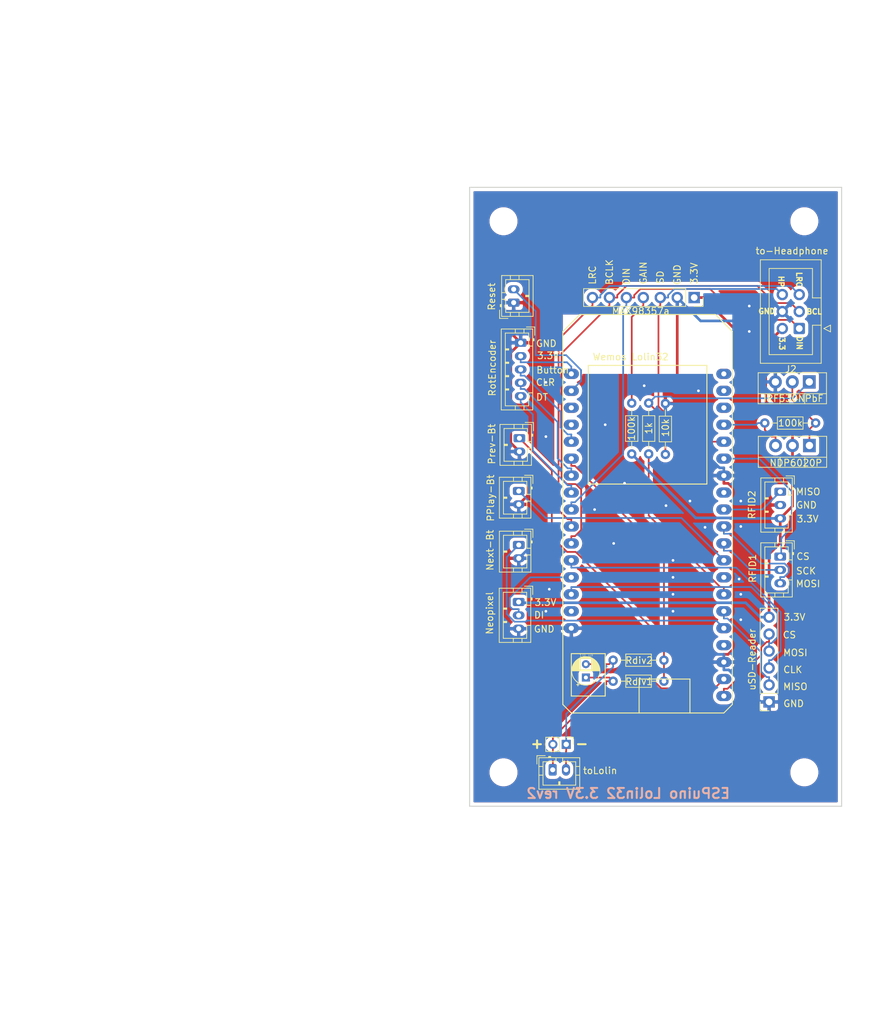
<source format=kicad_pcb>
(kicad_pcb (version 20171130) (host pcbnew 5.1.5+dfsg1-2build2)
  (layers (0 F.Cu signal) (31 B.Cu signal) (34 B.Paste user) (35 F.Paste user) (36 B.SilkS user) (37 F.SilkS user) (38 B.Mask user) (39 F.Mask user) (44 Edge.Cuts user))
  (net 0 "")
  (net 1 SW_POWER3.3)
  (net 2 NEO_DI)
  (net 3 DIN)
  (net 4 BCLK)
  (net 5 LRC)
  (net 6 HEADPHONE)
  (net 7 "Net-(J3-Pad2)")
  (net 8 ROTENC_BUT)
  (net 9 ROTENC_CLR)
  (net 10 ROTENC_DT)
  (net 11 MISO_RFID)
  (net 12 MOSI_RFID)
  (net 13 SCK_RFID)
  (net 14 CS_RFID)
  (net 15 BUT_PREV)
  (net 16 BUT_PPLAY)
  (net 17 BUT_NEXT)
  (net 18 MISO_SD)
  (net 19 SCK_SD)
  (net 20 MOSI_SD)
  (net 21 CS_SD)
  (net 22 "Net-(Q1-Pad1)")
  (net 23 "Net-(Q1-Pad2)")
  (net 24 "Net-(Q2-Pad3)")
  (net 25 "Net-(R1-Pad2)")
  (net 26 "Net-(U1-Pad33)")
  (net 27 "Net-(U1-Pad29)")
  (net 28 "Net-(U1-Pad19)")
  (net 29 "Net-(U1-Pad18)")
  (net 30 "Net-(U1-Pad17)")
  (net 31 "Net-(U1-Pad15)")
  (net 32 "Net-(U1-Pad4)")
  (net 33 "Net-(U1-Pad3)")
  (net 34 GND)
  (net 35 GAIN)
  (net 36 "Net-(U1-Pad24)")
  (net 37 VBat)
  (net 38 "Net-(C1-Pad1)")
  (net 39 "Net-(C1-Pad2)")
  (net 40 EN)
  (module MountingHole:MountingHole_3.2mm_M3 (layer F.Cu) (at 100.33 26.67)
    (fp_text reference H1)
    (fp_text value MountingHole)
    (pad 1 np_thru_hole circle (at 0 0) (size 3.2 3.2) (drill 3.2) (layers *.Cu *.Mask))
  )
  (module MountingHole:MountingHole_3.2mm_M3 (layer F.Cu) (at 145.415 26.67)
    (fp_text reference H2)
    (fp_text value MountingHole)
    (pad 1 np_thru_hole circle (at 0 0) (size 3.2 3.2) (drill 3.2) (layers *.Cu *.Mask))
  )
  (module MountingHole:MountingHole_3.2mm_M3 (layer F.Cu) (at 100.33 109.22)
    (fp_text reference H3)
    (fp_text value MountingHole)
    (pad 1 np_thru_hole circle (at 0 0) (size 3.2 3.2) (drill 3.2) (layers *.Cu *.Mask))
  )
  (module MountingHole:MountingHole_3.2mm_M3 (layer F.Cu) (at 145.415 109.22)
    (fp_text reference H4)
    (fp_text value MountingHole)
    (pad 1 np_thru_hole circle (at 0 0) (size 3.2 3.2) (drill 3.2) (layers *.Cu *.Mask))
  )
  (module Connector_PinSocket_2.54mm:PinSocket_1x07_P2.54mm_Vertical (layer F.Cu) (at 128.905 38.1 270)
    (fp_text reference J7)
    (fp_text value MAX98357a (at 2.032 8.001 180) (layer F.SilkS))
    (pad 7 thru_hole oval (at 0 15.24 270) (size 1.7 1.7) (drill 1) (layers *.Cu *.Mask) (net 5 LRC))
    (pad 6 thru_hole oval (at 0 12.7 270) (size 1.7 1.7) (drill 1) (layers *.Cu *.Mask) (net 4 BCLK))
    (pad 5 thru_hole oval (at 0 10.16 270) (size 1.7 1.7) (drill 1) (layers *.Cu *.Mask) (net 3 DIN))
    (pad 4 thru_hole oval (at 0 7.62 270) (size 1.7 1.7) (drill 1) (layers *.Cu *.Mask) (net 35 GAIN))
    (pad 3 thru_hole oval (at 0 5.08 270) (size 1.7 1.7) (drill 1) (layers *.Cu *.Mask) (net 6 HEADPHONE))
    (pad 2 thru_hole oval (at 0 2.54 270) (size 1.7 1.7) (drill 1) (layers *.Cu *.Mask) (net 34 GND))
    (pad 1 thru_hole rect (at 0 0 270) (size 1.7 1.7) (drill 1) (layers *.Cu *.Mask) (net 1 SW_POWER3.3))
  )
  (module Connector_PinSocket_2.54mm:PinSocket_1x06_P2.54mm_Vertical (layer F.Cu) (at 140.128 98.671 180)
    (fp_text reference J8)
    (fp_text value uSD-Reader (at 2.54 6.35 90) (layer F.SilkS))
    (pad 1 thru_hole rect (at 0 0 180) (size 1.7 1.7) (drill 1) (layers *.Cu *.Mask) (net 34 GND))
    (pad 2 thru_hole oval (at 0 2.54 180) (size 1.7 1.7) (drill 1) (layers *.Cu *.Mask) (net 18 MISO_SD))
    (pad 3 thru_hole oval (at 0 5.08 180) (size 1.7 1.7) (drill 1) (layers *.Cu *.Mask) (net 19 SCK_SD))
    (pad 4 thru_hole oval (at 0 7.62 180) (size 1.7 1.7) (drill 1) (layers *.Cu *.Mask) (net 20 MOSI_SD))
    (pad 5 thru_hole oval (at 0 10.16 180) (size 1.7 1.7) (drill 1) (layers *.Cu *.Mask) (net 21 CS_SD))
    (pad 6 thru_hole oval (at 0 12.7 180) (size 1.7 1.7) (drill 1) (layers *.Cu *.Mask) (net 1 SW_POWER3.3))
  )
  (module Package_TO_SOT_THT:TO-220-3_Vertical (layer F.Cu) (at 146.152 50.7365 180)
    (fp_text reference Q1)
    (fp_text value IRF530NPbF (at 2.388 -2.4765) (layer F.SilkS))
    (pad 1 thru_hole rect (at 0 0 180) (size 1.905 2) (drill 1.1) (layers *.Cu *.Mask) (net 22 "Net-(Q1-Pad1)"))
    (pad 2 thru_hole oval (at 2.54 0 180) (size 1.905 2) (drill 1.1) (layers *.Cu *.Mask) (net 23 "Net-(Q1-Pad2)"))
    (pad 3 thru_hole oval (at 5.08 0 180) (size 1.905 2) (drill 1.1) (layers *.Cu *.Mask) (net 34 GND))
  )
  (module Package_TO_SOT_THT:TO-220-3_Vertical (layer F.Cu) (at 146.177 60.2615 180)
    (fp_text reference Q2)
    (fp_text value NDP6020P (at 2.032 -2.6035) (layer F.SilkS))
    (pad 3 thru_hole oval (at 5.08 0 180) (size 1.905 2) (drill 1.1) (layers *.Cu *.Mask) (net 24 "Net-(Q2-Pad3)"))
    (pad 2 thru_hole oval (at 2.54 0 180) (size 1.905 2) (drill 1.1) (layers *.Cu *.Mask) (net 1 SW_POWER3.3))
    (pad 1 thru_hole rect (at 0 0 180) (size 1.905 2) (drill 1.1) (layers *.Cu *.Mask) (net 23 "Net-(Q1-Pad2)"))
  )
  (module Resistor_THT:R_Axial_DIN0204_L3.6mm_D1.6mm_P7.62mm_Horizontal (layer F.Cu) (at 122.086 53.9111 270)
    (fp_text reference R1)
    (fp_text value 1k (at 3.7719 -0.0127 90) (layer F.SilkS))
    (pad 2 thru_hole oval (at 7.62 0 270) (size 1.4 1.4) (drill 0.7) (layers *.Cu *.Mask) (net 25 "Net-(R1-Pad2)"))
    (pad 1 thru_hole circle (at 0 0 270) (size 1.4 1.4) (drill 0.7) (layers *.Cu *.Mask) (net 22 "Net-(Q1-Pad1)"))
  )
  (module Resistor_THT:R_Axial_DIN0204_L3.6mm_D1.6mm_P7.62mm_Horizontal (layer F.Cu) (at 124.587 61.595 90)
    (fp_text reference R2)
    (fp_text value 10k (at 3.9878 0.0254 90) (layer F.SilkS))
    (pad 2 thru_hole oval (at 7.62 0 90) (size 1.4 1.4) (drill 0.7) (layers *.Cu *.Mask) (net 34 GND))
    (pad 1 thru_hole circle (at 0 0 90) (size 1.4 1.4) (drill 0.7) (layers *.Cu *.Mask) (net 22 "Net-(Q1-Pad1)"))
  )
  (module Resistor_THT:R_Axial_DIN0204_L3.6mm_D1.6mm_P7.62mm_Horizontal (layer F.Cu) (at 147.105 56.896 180)
    (fp_text reference R3)
    (fp_text value 100k (at 3.7855 -0.0004) (layer F.SilkS))
    (pad 1 thru_hole circle (at 0 0 180) (size 1.4 1.4) (drill 0.7) (layers *.Cu *.Mask) (net 23 "Net-(Q1-Pad2)"))
    (pad 2 thru_hole oval (at 7.62 0 180) (size 1.4 1.4) (drill 0.7) (layers *.Cu *.Mask) (net 24 "Net-(Q2-Pad3)"))
  )
  (module Resistor_THT:R_Axial_DIN0204_L3.6mm_D1.6mm_P7.62mm_Horizontal (layer F.Cu) (at 119.546 53.9111 270)
    (fp_text reference R4)
    (fp_text value 100k (at 3.81 0.0381 90) (layer F.SilkS))
    (pad 2 thru_hole oval (at 7.62 0 270) (size 1.4 1.4) (drill 0.7) (layers *.Cu *.Mask) (net 1 SW_POWER3.3))
    (pad 1 thru_hole circle (at 0 0 270) (size 1.4 1.4) (drill 0.7) (layers *.Cu *.Mask) (net 35 GAIN))
  )
  (module Module:Lolin32 (layer F.Cu) (at 119.38 59.69)
    (fp_text reference U1)
    (fp_text value "Wemos Lolin32" (at 0 -12.7) (layer F.SilkS))
    (pad 36 thru_hole oval (at 13.97 38.1) (size 2.268 1.524) (drill 0.762) (layers *.Cu *.Mask) (net 21 CS_SD))
    (pad 35 thru_hole oval (at 13.97 35.56) (size 2.268 1.524) (drill 0.762) (layers *.Cu *.Mask) (net 15 BUT_PREV))
    (pad 34 thru_hole oval (at 13.97 33.02) (size 2.268 1.524) (drill 0.762) (layers *.Cu *.Mask) (net 34 GND))
    (pad 33 thru_hole oval (at 13.97 30.48) (size 2.268 1.524) (drill 0.762) (layers *.Cu *.Mask) (net 26 "Net-(U1-Pad33)"))
    (pad 32 thru_hole oval (at 13.97 27.94) (size 2.268 1.524) (drill 0.762) (layers *.Cu *.Mask) (net 17 BUT_NEXT))
    (pad 31 thru_hole oval (at 13.97 25.4) (size 2.268 1.524) (drill 0.762) (layers *.Cu *.Mask) (net 18 MISO_SD))
    (pad 30 thru_hole oval (at 13.97 22.86) (size 2.268 1.524) (drill 0.762) (layers *.Cu *.Mask) (net 25 "Net-(R1-Pad2)"))
    (pad 29 thru_hole oval (at 13.97 20.32) (size 2.268 1.524) (drill 0.762) (layers *.Cu *.Mask) (net 27 "Net-(U1-Pad29)"))
    (pad 28 thru_hole oval (at 13.97 17.78) (size 2.268 1.524) (drill 0.762) (layers *.Cu *.Mask) (net 16 BUT_PPLAY))
    (pad 27 thru_hole oval (at 13.97 15.24) (size 2.268 1.524) (drill 0.762) (layers *.Cu *.Mask) (net 13 SCK_RFID))
    (pad 26 thru_hole oval (at 13.97 12.7) (size 2.268 1.524) (drill 0.762) (layers *.Cu *.Mask) (net 12 MOSI_RFID))
    (pad 25 thru_hole oval (at 13.97 10.16) (size 2.268 1.524) (drill 0.762) (layers *.Cu *.Mask) (net 11 MISO_RFID))
    (pad 24 thru_hole oval (at 13.97 7.62) (size 2.268 1.524) (drill 0.762) (layers *.Cu *.Mask) (net 36 "Net-(U1-Pad24)"))
    (pad 23 thru_hole oval (at 13.97 5.08) (size 2.268 1.524) (drill 0.762) (layers *.Cu *.Mask) (net 34 GND))
    (pad 22 thru_hole oval (at 13.97 2.54) (size 2.268 1.524) (drill 0.762) (layers *.Cu *.Mask) (net 14 CS_RFID))
    (pad 21 thru_hole oval (at 13.97 0) (size 2.268 1.524) (drill 0.762) (layers *.Cu *.Mask) (net 6 HEADPHONE))
    (pad 20 thru_hole oval (at 13.97 -2.54) (size 2.268 1.524) (drill 0.762) (layers *.Cu *.Mask) (net 24 "Net-(Q2-Pad3)"))
    (pad 19 thru_hole oval (at 13.97 -5.08) (size 2.268 1.524) (drill 0.762) (layers *.Cu *.Mask) (net 28 "Net-(U1-Pad19)"))
    (pad 18 thru_hole oval (at 13.97 -7.62) (size 2.268 1.524) (drill 0.762) (layers *.Cu *.Mask) (net 29 "Net-(U1-Pad18)"))
    (pad 17 thru_hole oval (at 13.97 -10.16) (size 2.268 1.524) (drill 0.762) (layers *.Cu *.Mask) (net 30 "Net-(U1-Pad17)"))
    (pad 16 thru_hole oval (at -8.89 27.94) (size 2.268 1.524) (drill 0.762) (layers *.Cu *.Mask) (net 34 GND))
    (pad 15 thru_hole oval (at -8.89 25.4) (size 2.268 1.524) (drill 0.762) (layers *.Cu *.Mask) (net 31 "Net-(U1-Pad15)"))
    (pad 14 thru_hole oval (at -8.89 22.86) (size 2.268 1.524) (drill 0.762) (layers *.Cu *.Mask) (net 20 MOSI_SD))
    (pad 13 thru_hole oval (at -8.89 20.32) (size 2.268 1.524) (drill 0.762) (layers *.Cu *.Mask) (net 2 NEO_DI))
    (pad 12 thru_hole oval (at -8.89 17.78) (size 2.268 1.524) (drill 0.762) (layers *.Cu *.Mask) (net 19 SCK_SD))
    (pad 11 thru_hole oval (at -8.89 15.24) (size 2.268 1.524) (drill 0.762) (layers *.Cu *.Mask) (net 4 BCLK))
    (pad 10 thru_hole oval (at -8.89 12.7) (size 2.268 1.524) (drill 0.762) (layers *.Cu *.Mask) (net 5 LRC))
    (pad 9 thru_hole oval (at -8.89 10.16) (size 2.268 1.524) (drill 0.762) (layers *.Cu *.Mask) (net 3 DIN))
    (pad 8 thru_hole oval (at -8.89 7.62) (size 2.268 1.524) (drill 0.762) (layers *.Cu *.Mask) (net 10 ROTENC_DT))
    (pad 7 thru_hole oval (at -8.89 5.08) (size 2.268 1.524) (drill 0.762) (layers *.Cu *.Mask) (net 9 ROTENC_CLR))
    (pad 6 thru_hole oval (at -8.89 2.54) (size 2.268 1.524) (drill 0.762) (layers *.Cu *.Mask) (net 37 VBat))
    (pad 5 thru_hole oval (at -8.89 0) (size 2.268 1.524) (drill 0.762) (layers *.Cu *.Mask) (net 8 ROTENC_BUT))
    (pad 4 thru_hole oval (at -8.89 -2.54) (size 2.268 1.524) (drill 0.762) (layers *.Cu *.Mask) (net 32 "Net-(U1-Pad4)"))
    (pad 3 thru_hole oval (at -8.89 -5.08) (size 2.268 1.524) (drill 0.762) (layers *.Cu *.Mask) (net 33 "Net-(U1-Pad3)"))
    (pad 2 thru_hole oval (at -8.89 -7.62) (size 2.268 1.524) (drill 0.762) (layers *.Cu *.Mask) (net 40 EN))
    (pad 1 thru_hole oval (at -8.89 -10.16) (size 2.268 1.524) (drill 0.762) (layers *.Cu *.Mask) (net 7 "Net-(J3-Pad2)"))
  )
  (module Connector_JST:JST_PH_B5B-PH-K_1x05_P2.00mm_Vertical (layer F.Cu) (at 102.899 44.8697 270)
    (fp_text reference J3)
    (fp_text value RotEncoder (at 3.7846 4.2541 90) (layer F.SilkS))
    (pad 1 thru_hole roundrect (at 0 0 270) (size 1.2 1.75) (drill 0.75) (layers *.Cu *.Mask) (roundrect_rratio 0.2083325) (net 34 GND))
    (pad 2 thru_hole oval (at 2 0 270) (size 1.2 1.75) (drill 0.75) (layers *.Cu *.Mask) (net 7 "Net-(J3-Pad2)"))
    (pad 3 thru_hole oval (at 4 0 270) (size 1.2 1.75) (drill 0.75) (layers *.Cu *.Mask) (net 8 ROTENC_BUT))
    (pad 4 thru_hole oval (at 6 0 270) (size 1.2 1.75) (drill 0.75) (layers *.Cu *.Mask) (net 9 ROTENC_CLR))
    (pad 5 thru_hole oval (at 8 0 270) (size 1.2 1.75) (drill 0.75) (layers *.Cu *.Mask) (net 10 ROTENC_DT))
  )
  (module Connector_JST:JST_PH_B3B-PH-K_1x03_P2.00mm_Vertical (layer F.Cu) (at 102.6 83.7 270)
    (fp_text reference J1)
    (fp_text value Neopixel (at 1.6637 4.3434 90) (layer F.SilkS))
    (pad 3 thru_hole oval (at 4 0 270) (size 1.2 1.75) (drill 0.75) (layers *.Cu *.Mask) (net 34 GND))
    (pad 2 thru_hole oval (at 2 0 270) (size 1.2 1.75) (drill 0.75) (layers *.Cu *.Mask) (net 2 NEO_DI))
    (pad 1 thru_hole roundrect (at 0 0 270) (size 1.2 1.75) (drill 0.75) (layers *.Cu *.Mask) (roundrect_rratio 0.2083325) (net 1 SW_POWER3.3))
  )
  (module Connector_JST:JST_PH_B2B-PH-K_1x02_P2.00mm_Vertical (layer F.Cu) (at 102.619 75.1592 270)
    (fp_text reference J4)
    (fp_text value Next-Bt (at 0.7874 4.3053 90) (layer F.SilkS))
    (pad 1 thru_hole roundrect (at 0 0 270) (size 1.2 1.75) (drill 0.75) (layers *.Cu *.Mask) (roundrect_rratio 0.2083325) (net 17 BUT_NEXT))
    (pad 2 thru_hole oval (at 2 0 270) (size 1.2 1.75) (drill 0.75) (layers *.Cu *.Mask) (net 34 GND))
  )
  (module Connector_JST:JST_PH_B2B-PH-K_1x02_P2.00mm_Vertical (layer F.Cu) (at 102.708 59.1699 270)
    (fp_text reference J6)
    (fp_text value Prev-Bt (at 0.8763 4.1275 90) (layer F.SilkS))
    (pad 2 thru_hole oval (at 2 0 270) (size 1.2 1.75) (drill 0.75) (layers *.Cu *.Mask) (net 34 GND))
    (pad 1 thru_hole roundrect (at 0 0 270) (size 1.2 1.75) (drill 0.75) (layers *.Cu *.Mask) (roundrect_rratio 0.2083325) (net 15 BUT_PREV))
  )
  (module Connector_JST:JST_PH_B2B-PH-K_1x02_P2.00mm_Vertical (layer F.Cu) (at 102.619 67.082 270)
    (fp_text reference J9)
    (fp_text value PPlay-Bt (at 1.0541 4.2164 90) (layer F.SilkS))
    (pad 2 thru_hole oval (at 2 0 270) (size 1.2 1.75) (drill 0.75) (layers *.Cu *.Mask) (net 34 GND))
    (pad 1 thru_hole roundrect (at 0 0 270) (size 1.2 1.75) (drill 0.75) (layers *.Cu *.Mask) (roundrect_rratio 0.2083325) (net 16 BUT_PPLAY))
  )
  (module Connector_IDC:IDC-Header_2x03_P2.54mm_Vertical (layer F.Cu) (at 144.653 42.7355 180)
    (fp_text reference J2 (at 1.27 -6.1) (layer F.SilkS))
    (fp_text value to-Headphone (at 1.0922 11.6205) (layer F.SilkS))
    (pad 1 thru_hole roundrect (at 0 0 180) (size 1.7 1.7) (drill 1) (layers *.Cu *.Mask) (roundrect_rratio 0.1470588235294118) (net 3 DIN))
    (pad 3 thru_hole circle (at 0 2.54 180) (size 1.7 1.7) (drill 1) (layers *.Cu *.Mask) (net 4 BCLK))
    (pad 5 thru_hole circle (at 0 5.08 180) (size 1.7 1.7) (drill 1) (layers *.Cu *.Mask) (net 5 LRC))
    (pad 2 thru_hole circle (at 2.54 0 180) (size 1.7 1.7) (drill 1) (layers *.Cu *.Mask) (net 1 SW_POWER3.3))
    (pad 4 thru_hole circle (at 2.54 2.54 180) (size 1.7 1.7) (drill 1) (layers *.Cu *.Mask) (net 34 GND))
    (pad 6 thru_hole circle (at 2.54 5.08 180) (size 1.7 1.7) (drill 1) (layers *.Cu *.Mask) (net 6 HEADPHONE))
  )
  (module Connector_JST:JST_PH_B3B-PH-K_1x03_P2.00mm_Vertical (layer F.Cu) (at 141.796 76.8985 270)
    (fp_text reference J5)
    (fp_text value RFID1 (at 1.7715 4.136 270) (layer F.SilkS))
    (pad 1 thru_hole roundrect (at 0 0 270) (size 1.2 1.75) (drill 0.75) (layers *.Cu *.Mask) (roundrect_rratio 0.2083325) (net 14 CS_RFID))
    (pad 2 thru_hole oval (at 2 0 270) (size 1.2 1.75) (drill 0.75) (layers *.Cu *.Mask) (net 13 SCK_RFID))
    (pad 3 thru_hole oval (at 4 0 270) (size 1.2 1.75) (drill 0.75) (layers *.Cu *.Mask) (net 12 MOSI_RFID))
  )
  (module Connector_JST:JST_PH_B3B-PH-K_1x03_P2.00mm_Vertical (layer F.Cu) (at 141.8 67.18 270)
    (fp_text reference J10)
    (fp_text value RFID2 (at 1.97 4.24 90) (layer F.SilkS))
    (pad 3 thru_hole oval (at 4 0 270) (size 1.2 1.75) (drill 0.75) (layers *.Cu *.Mask) (net 1 SW_POWER3.3))
    (pad 2 thru_hole oval (at 2 0 270) (size 1.2 1.75) (drill 0.75) (layers *.Cu *.Mask) (net 34 GND))
    (pad 1 thru_hole roundrect (at 0 0 270) (size 1.2 1.75) (drill 0.75) (layers *.Cu *.Mask) (roundrect_rratio 0.2083325) (net 11 MISO_RFID))
  )
  (module Resistor_THT:R_Axial_DIN0204_L3.6mm_D1.6mm_P7.62mm_Horizontal (layer F.Cu) (at 124.374 95.572 180)
    (fp_text reference Rdiv1 (at 3.723999 -0.059001) (layer F.SilkS))
    (fp_text value 130k)
    (pad 1 thru_hole circle (at 0 0 180) (size 1.4 1.4) (drill 0.7) (layers *.Cu *.Mask) (net 37 VBat))
    (pad 2 thru_hole oval (at 7.62 0 180) (size 1.4 1.4) (drill 0.7) (layers *.Cu *.Mask) (net 38 "Net-(C1-Pad1)"))
  )
  (module Resistor_THT:R_Axial_DIN0204_L3.6mm_D1.6mm_P7.62mm_Horizontal (layer F.Cu) (at 124.374 92.422 180)
    (fp_text reference Rdiv2 (at 3.723999 -0.034001) (layer F.SilkS))
    (fp_text value 390k)
    (pad 2 thru_hole oval (at 7.62 0 180) (size 1.4 1.4) (drill 0.7) (layers *.Cu *.Mask) (net 39 "Net-(C1-Pad2)"))
    (pad 1 thru_hole circle (at 0 0 180) (size 1.4 1.4) (drill 0.7) (layers *.Cu *.Mask) (net 37 VBat))
  )
  (module Connector_JST:JST_PH_B2B-PH-K_1x02_P2.00mm_Vertical (layer F.Cu) (at 107.696 108.839)
    (fp_text reference J11)
    (fp_text value Battery)
    (pad 1 thru_hole roundrect (at 0 0) (size 1.2 1.75) (drill 0.75) (layers *.Cu *.Mask) (roundrect_rratio 0.2083325) (net 38 "Net-(C1-Pad1)"))
    (pad 2 thru_hole oval (at 2 0) (size 1.2 1.75) (drill 0.75) (layers *.Cu *.Mask) (net 39 "Net-(C1-Pad2)"))
  )
  (module Connector_PinHeader_2.00mm:PinHeader_1x02_P2.00mm_Vertical (layer F.Cu) (at 109.728 105.029 270)
    (fp_text reference J12)
    (fp_text value toLolin (at 3.937 -5.08 180) (layer F.SilkS))
    (pad 1 thru_hole rect (at 0 0 270) (size 1.35 1.35) (drill 0.8) (layers *.Cu *.Mask) (net 39 "Net-(C1-Pad2)"))
    (pad 2 thru_hole oval (at 0 2 270) (size 1.35 1.35) (drill 0.8) (layers *.Cu *.Mask) (net 38 "Net-(C1-Pad1)"))
  )
  (module Connector_JST:JST_PH_B2B-PH-K_1x02_P2.00mm_Vertical (layer F.Cu) (at 101.854 38.862 90)
    (fp_text reference J13 hide)
    (fp_text value Reset (at 0.902 -3.294 90) (layer F.SilkS))
    (pad 1 thru_hole roundrect (at 0 0 90) (size 1.2 1.75) (drill 0.75) (layers *.Cu *.Mask) (roundrect_rratio 0.208333) (net 34 GND))
    (pad 2 thru_hole oval (at 2 0 90) (size 1.2 1.75) (drill 0.75) (layers *.Cu *.Mask) (net 40 EN))
  )
  (module Capacitor_THT:CP_Radial_D4.0mm_P2.00mm (layer F.Cu) (at 112.67 95.02 90)
    (fp_text reference C1 hide)
    (fp_text value 10uF)
    (pad 1 thru_hole rect (at 0 0 90) (size 1.2 1.2) (drill 0.6) (layers *.Cu *.Mask) (net 38 "Net-(C1-Pad1)"))
    (pad 2 thru_hole circle (at 2 0 90) (size 1.2 1.2) (drill 0.6) (layers *.Cu *.Mask) (net 39 "Net-(C1-Pad2)"))
  )
  (gr_text "10 uF" (at 112.776 91.694) (layer F.SilkS) (effects (font (size 0.5 0.5) (thickness 0.05))))
  (gr_text HP (at 141.9352 35.687 270) (layer F.SilkS) (effects (font (size 0.8 0.8) (thickness 0.2))))
  (gr_text LRC (at 144.6276 35.4076 270) (layer F.SilkS) (effects (font (size 0.8 0.8) (thickness 0.2))))
  (gr_text GND (at 139.7762 40.1574) (layer F.SilkS) (effects (font (size 0.8 0.8) (thickness 0.2))))
  (gr_text BCL (at 146.8882 40.2082) (layer F.SilkS) (effects (font (size 0.8 0.8) (thickness 0.2))))
  (gr_text 3.3 (at 142.0622 45.0088 270) (layer F.SilkS) (effects (font (size 0.8 0.8) (thickness 0.2))))
  (gr_text DIN (at 144.6784 44.9072 270) (layer F.SilkS) (effects (font (size 0.8 0.8) (thickness 0.2))))
  (gr_text - (at 112.0648 104.902) (layer F.SilkS) (effects (font (size 1.5 1.5) (thickness 0.3))))
  (gr_text + (at 105.3592 104.902) (layer F.SilkS) (effects (font (size 1.5 1.5) (thickness 0.3))))
  (gr_text CS (at 145.2118 76.8858) (layer F.SilkS) (effects (font (size 1 1))))
  (gr_text SCK (at 145.669 79.0575) (layer F.SilkS) (effects (font (size 1 1))))
  (gr_text MOSI (at 145.9738 80.9752) (layer F.SilkS) (effects (font (size 1 1))))
  (gr_text GND (at 145.74 69.19) (layer F.SilkS) (effects (font (size 1 1))))
  (gr_text 3.3V (at 145.91 71.26) (layer F.SilkS) (effects (font (size 1 1))))
  (gr_text MISO (at 145.99 67.19) (layer F.SilkS) (effects (font (size 1 1))))
  (gr_line (start 95.25 114.3) (end 151 114.3) (layer Edge.Cuts) (width 0.15))
  (gr_line (start 95.25 21.59) (end 151 21.59) (layer Edge.Cuts) (width 0.15))
  (gr_text "ESPuino Lolin32 3.3V rev2" (at 119.01 112.38) (layer B.SilkS) (effects (font (size 1.5 1.5) (thickness 0.3)) (justify mirror)))
  (gr_text GND (at 143.811 98.925) (layer F.SilkS) (effects (font (size 1 1))))
  (gr_text MISO (at 144.065 96.385) (layer F.SilkS) (effects (font (size 1 1))))
  (gr_text CLK (at 143.684 93.845) (layer F.SilkS) (effects (font (size 1 1))))
  (gr_text MOSI (at 144.065 91.305) (layer F.SilkS) (effects (font (size 1 1))))
  (gr_text CS (at 143.176 88.638) (layer F.SilkS) (effects (font (size 1 1))))
  (gr_text 3.3V (at 143.938 85.971) (layer F.SilkS) (effects (font (size 1 1))))
  (gr_text LRC (at 113.665 34.7345 90) (layer F.SilkS) (effects (font (size 1 1))))
  (gr_text BCLK (at 116.205 34.29 90) (layer F.SilkS) (effects (font (size 1 1))))
  (gr_text DIN (at 118.745 34.925 90) (layer F.SilkS) (effects (font (size 1 1))))
  (gr_text GAIN (at 121.285 34.417 90) (layer F.SilkS) (effects (font (size 1 1))))
  (gr_text SD (at 123.825 35.052 90) (layer F.SilkS) (effects (font (size 1 1))))
  (gr_text GND (at 126.365 34.671 90) (layer F.SilkS) (effects (font (size 1 1))))
  (gr_text 3.3V (at 128.905 34.4805 90) (layer F.SilkS) (effects (font (size 1 1))))
  (gr_text 3.3V (at 106.9975 46.7995) (layer F.SilkS) (effects (font (size 1 1))))
  (gr_text DT (at 106.1085 53.0225) (layer F.SilkS) (effects (font (size 1 1))))
  (gr_text CLR (at 106.6165 50.8) (layer F.SilkS) (effects (font (size 1 1))))
  (gr_text Button (at 107.696 48.9585) (layer F.SilkS) (effects (font (size 1 1))))
  (gr_text GND (at 106.7435 44.9834) (layer F.SilkS) (effects (font (size 1 1))))
  (gr_text GND (at 106.426 87.757) (layer F.SilkS) (effects (font (size 1 1))))
  (gr_text DI (at 105.664 85.6615) (layer F.SilkS) (effects (font (size 1 1))))
  (gr_text 3.3V (at 106.6165 83.7565) (layer F.SilkS) (effects (font (size 1 1))))
  (gr_line (start 95.25 114.3) (end 95.25 21.59) (layer Edge.Cuts) (width 0.15))
  (gr_line (start 151 21.59) (end 151 114.3) (layer Edge.Cuts) (width 0.15))
  (segment (start 139.6155 45.233) (end 139.6155 53.628) (width 0.4) (layer F.Cu) (net 1))
  (segment (start 139.6155 53.628) (end 143.637 57.6495) (width 0.4) (layer F.Cu) (net 1))
  (segment (start 143.637 57.6495) (end 143.637 60.2615) (width 0.4) (layer F.Cu) (net 1))
  (segment (start 142.113 42.7355) (end 139.6155 45.233) (width 0.4) (layer F.Cu) (net 1))
  (segment (start 139.6155 45.233) (end 137.3883 45.233) (width 0.4) (layer F.Cu) (net 1))
  (segment (start 137.3883 45.233) (end 130.2553 38.1) (width 0.4) (layer F.Cu) (net 1))
  (segment (start 128.905 38.1) (end 130.2553 38.1) (width 0.4) (layer F.Cu) (net 1))
  (segment (start 138.7777 85.971) (end 136.6267 83.82) (width 0.4) (layer B.Cu) (net 1))
  (segment (start 136.6267 83.82) (end 102.72 83.82) (width 0.4) (layer B.Cu) (net 1))
  (segment (start 102.72 83.82) (end 102.6 83.7) (width 0.4) (layer B.Cu) (net 1))
  (segment (start 140.128 85.971) (end 138.7777 85.971) (width 0.4) (layer B.Cu) (net 1))
  (segment (start 143.637 69.343) (end 143.637 60.2615) (width 0.4) (layer F.Cu) (net 1))
  (segment (start 141.8 71.18) (end 143.637 69.343) (width 0.4) (layer F.Cu) (net 1))
  (segment (start 134.24201 71.11201) (end 129.12691 71.11201) (width 0.4) (layer B.Cu) (net 1))
  (segment (start 134.31 71.18) (end 134.24201 71.11201) (width 0.4) (layer B.Cu) (net 1))
  (segment (start 141.8 71.18) (end 134.31 71.18) (width 0.4) (layer B.Cu) (net 1))
  (segment (start 129.12691 71.11201) (end 128.2649 70.25) (width 0.4) (layer B.Cu) (net 1))
  (segment (start 128.2649 70.25) (end 119.546 61.5311) (width 0.4) (layer B.Cu) (net 1))
  (segment (start 141.8 74.858822) (end 141.8 71.18) (width 0.4) (layer F.Cu) (net 1))
  (segment (start 140.128 76.530822) (end 141.8 74.858822) (width 0.4) (layer F.Cu) (net 1))
  (segment (start 140.128 85.971) (end 140.128 76.530822) (width 0.4) (layer F.Cu) (net 1))
  (segment (start 102.6 85.7) (end 102.6 84.7747) (width 0.25) (layer B.Cu) (net 2))
  (segment (start 102.6 84.7747) (end 101.6747 84.7747) (width 0.25) (layer B.Cu) (net 2))
  (segment (start 101.6747 84.7747) (end 101.2804 84.3804) (width 0.25) (layer B.Cu) (net 2))
  (segment (start 101.2804 84.3804) (end 101.2804 83.0727) (width 0.25) (layer B.Cu) (net 2))
  (segment (start 101.2804 83.0727) (end 104.3431 80.01) (width 0.25) (layer B.Cu) (net 2))
  (segment (start 104.3431 80.01) (end 110.49 80.01) (width 0.25) (layer B.Cu) (net 2))
  (segment (start 119.9203 38.1) (end 119.9203 37.7327) (width 0.25) (layer F.Cu) (net 3))
  (segment (start 119.9203 37.7327) (end 120.8284 36.8246) (width 0.25) (layer F.Cu) (net 3))
  (segment (start 120.8284 36.8246) (end 131.2971 36.8246) (width 0.25) (layer F.Cu) (net 3))
  (segment (start 131.2971 36.8246) (end 135.9192 41.4467) (width 0.25) (layer F.Cu) (net 3))
  (segment (start 135.9192 41.4467) (end 143.3642 41.4467) (width 0.25) (layer F.Cu) (net 3))
  (segment (start 143.3642 41.4467) (end 144.653 42.7355) (width 0.25) (layer F.Cu) (net 3))
  (segment (start 118.745 38.1) (end 119.9203 38.1) (width 0.25) (layer F.Cu) (net 3))
  (segment (start 118.745 38.1) (end 118.745 39.2753) (width 0.25) (layer B.Cu) (net 3))
  (segment (start 110.49 69.85) (end 110.49 68.7627) (width 0.25) (layer B.Cu) (net 3))
  (segment (start 110.49 68.7627) (end 111.0336 68.7627) (width 0.25) (layer B.Cu) (net 3))
  (segment (start 111.0336 68.7627) (end 118.258 61.5383) (width 0.25) (layer B.Cu) (net 3))
  (segment (start 118.258 61.5383) (end 118.258 39.7623) (width 0.25) (layer B.Cu) (net 3))
  (segment (start 118.258 39.7623) (end 118.745 39.2753) (width 0.25) (layer B.Cu) (net 3))
  (segment (start 116.205 38.1) (end 117.3803 38.1) (width 0.25) (layer F.Cu) (net 4))
  (segment (start 144.653 40.1955) (end 143.383 38.9255) (width 0.25) (layer F.Cu) (net 4))
  (segment (start 143.383 38.9255) (end 140.9376 38.9255) (width 0.25) (layer F.Cu) (net 4))
  (segment (start 140.9376 38.9255) (end 138.3724 36.3603) (width 0.25) (layer F.Cu) (net 4))
  (segment (start 138.3724 36.3603) (end 118.7527 36.3603) (width 0.25) (layer F.Cu) (net 4))
  (segment (start 118.7527 36.3603) (end 117.3803 37.7327) (width 0.25) (layer F.Cu) (net 4))
  (segment (start 117.3803 37.7327) (end 117.3803 38.1) (width 0.25) (layer F.Cu) (net 4))
  (segment (start 116.205 38.1) (end 116.205 39.2753) (width 0.25) (layer F.Cu) (net 4))
  (segment (start 110.49 74.93) (end 110.49 73.8427) (width 0.25) (layer F.Cu) (net 4))
  (segment (start 116.205 39.2753) (end 109.0221 46.4582) (width 0.25) (layer F.Cu) (net 4))
  (segment (start 109.0221 46.4582) (end 109.0221 65.2243) (width 0.25) (layer F.Cu) (net 4))
  (segment (start 109.0221 65.2243) (end 109.8378 66.04) (width 0.25) (layer F.Cu) (net 4))
  (segment (start 109.8378 66.04) (end 111.1576 66.04) (width 0.25) (layer F.Cu) (net 4))
  (segment (start 111.1576 66.04) (end 111.9697 66.8521) (width 0.25) (layer F.Cu) (net 4))
  (segment (start 111.9697 66.8521) (end 111.9697 72.9066) (width 0.25) (layer F.Cu) (net 4))
  (segment (start 111.9697 72.9066) (end 111.0336 73.8427) (width 0.25) (layer F.Cu) (net 4))
  (segment (start 111.0336 73.8427) (end 110.49 73.8427) (width 0.25) (layer F.Cu) (net 4))
  (segment (start 113.665 38.1) (end 114.8403 38.1) (width 0.25) (layer B.Cu) (net 5))
  (segment (start 144.653 37.6555) (end 143.362 36.3645) (width 0.25) (layer B.Cu) (net 5))
  (segment (start 143.362 36.3645) (end 116.2105 36.3645) (width 0.25) (layer B.Cu) (net 5))
  (segment (start 116.2105 36.3645) (end 114.8403 37.7347) (width 0.25) (layer B.Cu) (net 5))
  (segment (start 114.8403 37.7347) (end 114.8403 38.1) (width 0.25) (layer B.Cu) (net 5))
  (segment (start 113.665 39.2753) (end 108.5718 44.3685) (width 0.25) (layer F.Cu) (net 5))
  (segment (start 108.5718 44.3685) (end 108.5718 69.9282) (width 0.25) (layer F.Cu) (net 5))
  (segment (start 108.5718 69.9282) (end 109.9463 71.3027) (width 0.25) (layer F.Cu) (net 5))
  (segment (start 109.9463 71.3027) (end 110.49 71.3027) (width 0.25) (layer F.Cu) (net 5))
  (segment (start 110.49 72.39) (end 110.49 71.3027) (width 0.25) (layer F.Cu) (net 5))
  (segment (start 113.665 38.1) (end 113.665 39.2753) (width 0.25) (layer F.Cu) (net 5))
  (segment (start 123.825 38.1) (end 123.825 39.2753) (width 0.25) (layer F.Cu) (net 6))
  (segment (start 123.825 39.2753) (end 123.548 39.5523) (width 0.25) (layer F.Cu) (net 6))
  (segment (start 123.548 39.5523) (end 123.548 54.4111) (width 0.25) (layer F.Cu) (net 6))
  (segment (start 123.548 54.4111) (end 128.8269 59.69) (width 0.25) (layer F.Cu) (net 6))
  (segment (start 128.8269 59.69) (end 133.35 59.69) (width 0.25) (layer F.Cu) (net 6))
  (segment (start 123.825 38.1) (end 125.0003 38.1) (width 0.25) (layer B.Cu) (net 6))
  (segment (start 142.113 37.6555) (end 141.2734 36.8159) (width 0.25) (layer B.Cu) (net 6))
  (segment (start 141.2734 36.8159) (end 125.9171 36.8159) (width 0.25) (layer B.Cu) (net 6))
  (segment (start 125.9171 36.8159) (end 125.0003 37.7327) (width 0.25) (layer B.Cu) (net 6))
  (segment (start 125.0003 37.7327) (end 125.0003 38.1) (width 0.25) (layer B.Cu) (net 6))
  (segment (start 110.49 49.53) (end 110.49 48.4427) (width 0.25) (layer B.Cu) (net 7))
  (segment (start 102.899 46.8697) (end 102.899 47.795) (width 0.25) (layer B.Cu) (net 7))
  (segment (start 102.899 47.795) (end 109.8423 47.795) (width 0.25) (layer B.Cu) (net 7))
  (segment (start 109.8423 47.795) (end 110.49 48.4427) (width 0.25) (layer B.Cu) (net 7))
  (segment (start 110.49 59.69) (end 110.49 58.6027) (width 0.25) (layer B.Cu) (net 8))
  (segment (start 102.899 48.8697) (end 102.899 49.795) (width 0.25) (layer B.Cu) (net 8))
  (segment (start 102.899 49.795) (end 103.4773 49.795) (width 0.25) (layer B.Cu) (net 8))
  (segment (start 103.4773 49.795) (end 108.8979 55.2156) (width 0.25) (layer B.Cu) (net 8))
  (segment (start 108.8979 55.2156) (end 108.8979 57.5543) (width 0.25) (layer B.Cu) (net 8))
  (segment (start 108.8979 57.5543) (end 109.9463 58.6027) (width 0.25) (layer B.Cu) (net 8))
  (segment (start 109.9463 58.6027) (end 110.49 58.6027) (width 0.25) (layer B.Cu) (net 8))
  (segment (start 110.49 64.77) (end 110.49 63.6827) (width 0.25) (layer B.Cu) (net 9))
  (segment (start 102.899 50.8697) (end 102.899 51.795) (width 0.25) (layer B.Cu) (net 9))
  (segment (start 102.899 51.795) (end 103.4773 51.795) (width 0.25) (layer B.Cu) (net 9))
  (segment (start 103.4773 51.795) (end 108.4475 56.7652) (width 0.25) (layer B.Cu) (net 9))
  (segment (start 108.4475 56.7652) (end 108.4475 62.1839) (width 0.25) (layer B.Cu) (net 9))
  (segment (start 108.4475 62.1839) (end 109.9463 63.6827) (width 0.25) (layer B.Cu) (net 9))
  (segment (start 109.9463 63.6827) (end 110.49 63.6827) (width 0.25) (layer B.Cu) (net 9))
  (segment (start 110.49 67.31) (end 110.49 66.2227) (width 0.25) (layer B.Cu) (net 10))
  (segment (start 102.899 52.8697) (end 102.899 53.795) (width 0.25) (layer B.Cu) (net 10))
  (segment (start 102.899 53.795) (end 104.7157 55.6117) (width 0.25) (layer B.Cu) (net 10))
  (segment (start 104.7157 55.6117) (end 104.7157 60.9921) (width 0.25) (layer B.Cu) (net 10))
  (segment (start 104.7157 60.9921) (end 109.9463 66.2227) (width 0.25) (layer B.Cu) (net 10))
  (segment (start 109.9463 66.2227) (end 110.49 66.2227) (width 0.25) (layer B.Cu) (net 10))
  (segment (start 139.13 69.85) (end 141.8 67.18) (width 0.25) (layer B.Cu) (net 11))
  (segment (start 133.35 69.85) (end 139.13 69.85) (width 0.25) (layer B.Cu) (net 11))
  (segment (start 133.35 72.39) (end 133.35 73.4773) (width 0.25) (layer B.Cu) (net 12))
  (segment (start 141.796 80.8985) (end 141.796 79.9732) (width 0.25) (layer B.Cu) (net 12))
  (segment (start 141.796 79.9732) (end 142.3743 79.9732) (width 0.25) (layer B.Cu) (net 12))
  (segment (start 142.3743 79.9732) (end 143.0493 79.2982) (width 0.25) (layer B.Cu) (net 12))
  (segment (start 143.0493 79.2982) (end 143.0493 78.5378) (width 0.25) (layer B.Cu) (net 12))
  (segment (start 143.0493 78.5378) (end 142.4616 77.9501) (width 0.25) (layer B.Cu) (net 12))
  (segment (start 142.4616 77.9501) (end 138.9101 77.9501) (width 0.25) (layer B.Cu) (net 12))
  (segment (start 138.9101 77.9501) (end 134.4373 73.4773) (width 0.25) (layer B.Cu) (net 12))
  (segment (start 134.4373 73.4773) (end 133.35 73.4773) (width 0.25) (layer B.Cu) (net 12))
  (segment (start 133.35 74.93) (end 133.35 76.0173) (width 0.25) (layer B.Cu) (net 13))
  (segment (start 141.796 78.8985) (end 137.3185 78.8985) (width 0.25) (layer B.Cu) (net 13))
  (segment (start 137.3185 78.8985) (end 134.4373 76.0173) (width 0.25) (layer B.Cu) (net 13))
  (segment (start 134.4373 76.0173) (end 133.35 76.0173) (width 0.25) (layer B.Cu) (net 13))
  (segment (start 141.796 76.8985) (end 141.9556 76.7389) (width 0.25) (layer B.Cu) (net 14))
  (segment (start 142.0244 74.1344) (end 142.03 74.14) (width 0.25) (layer B.Cu) (net 14))
  (segment (start 141.9556 74.1344) (end 142.0244 74.1344) (width 0.25) (layer B.Cu) (net 14))
  (segment (start 141.9556 76.7389) (end 141.9556 74.1344) (width 0.25) (layer B.Cu) (net 14))
  (segment (start 141.9556 74.1344) (end 143.53 72.56) (width 0.25) (layer B.Cu) (net 14))
  (segment (start 143.53 67.12181) (end 138.63819 62.23) (width 0.25) (layer B.Cu) (net 14))
  (segment (start 143.53 72.56) (end 143.53 67.12181) (width 0.25) (layer B.Cu) (net 14))
  (segment (start 138.63819 62.23) (end 137.24 62.23) (width 0.25) (layer B.Cu) (net 14))
  (segment (start 137.24 62.23) (end 133.35 62.23) (width 0.25) (layer B.Cu) (net 14))
  (segment (start 137.6244 62.23) (end 137.24 62.23) (width 0.25) (layer B.Cu) (net 14))
  (segment (start 102.708 59.1699) (end 107.5685 64.0304) (width 0.25) (layer F.Cu) (net 15))
  (segment (start 107.5685 64.0304) (end 107.5685 73.923) (width 0.25) (layer F.Cu) (net 15))
  (segment (start 107.5685 73.923) (end 109.8482 76.2027) (width 0.25) (layer F.Cu) (net 15))
  (segment (start 109.8482 76.2027) (end 111.1569 76.2027) (width 0.25) (layer F.Cu) (net 15))
  (segment (start 111.1569 76.2027) (end 123.0603 88.1061) (width 0.25) (layer F.Cu) (net 15))
  (segment (start 123.0603 88.1061) (end 123.0603 95.7276) (width 0.25) (layer F.Cu) (net 15))
  (segment (start 123.0603 95.7276) (end 123.9727 96.64) (width 0.25) (layer F.Cu) (net 15))
  (segment (start 123.9727 96.64) (end 131.96 96.64) (width 0.25) (layer F.Cu) (net 15))
  (segment (start 131.96 96.64) (end 133.35 95.25) (width 0.25) (layer F.Cu) (net 15))
  (segment (start 102.619 67.082) (end 106.657 71.12) (width 0.25) (layer B.Cu) (net 16))
  (segment (start 106.657 71.12) (end 127 71.12) (width 0.25) (layer B.Cu) (net 16))
  (segment (start 127 71.12) (end 133.35 77.47) (width 0.25) (layer B.Cu) (net 16))
  (segment (start 102.619 75.1592) (end 100.8075 76.9707) (width 0.25) (layer B.Cu) (net 17))
  (segment (start 100.8075 76.9707) (end 100.8075 85.492) (width 0.25) (layer B.Cu) (net 17))
  (segment (start 100.8075 85.492) (end 101.9639 86.6484) (width 0.25) (layer B.Cu) (net 17))
  (segment (start 101.9639 86.6484) (end 103.6946 86.6484) (width 0.25) (layer B.Cu) (net 17))
  (segment (start 103.6946 86.6484) (end 103.8492 86.4938) (width 0.25) (layer B.Cu) (net 17))
  (segment (start 103.8492 86.4938) (end 132.2138 86.4938) (width 0.25) (layer B.Cu) (net 17))
  (segment (start 132.2138 86.4938) (end 133.35 87.63) (width 0.25) (layer B.Cu) (net 17))
  (segment (start 133.35 85.09) (end 133.35 86.1773) (width 0.25) (layer B.Cu) (net 18))
  (segment (start 140.128 96.131) (end 140.128 94.9557) (width 0.25) (layer B.Cu) (net 18))
  (segment (start 140.128 94.9557) (end 139.7606 94.9557) (width 0.25) (layer B.Cu) (net 18))
  (segment (start 139.7606 94.9557) (end 138.9527 94.1478) (width 0.25) (layer B.Cu) (net 18))
  (segment (start 138.9527 94.1478) (end 138.9527 91.2364) (width 0.25) (layer B.Cu) (net 18))
  (segment (start 138.9527 91.2364) (end 133.8936 86.1773) (width 0.25) (layer B.Cu) (net 18))
  (segment (start 133.8936 86.1773) (end 133.35 86.1773) (width 0.25) (layer B.Cu) (net 18))
  (segment (start 140.128 92.4157) (end 140.4953 92.4157) (width 0.25) (layer B.Cu) (net 19))
  (segment (start 140.4953 92.4157) (end 141.8576 91.0534) (width 0.25) (layer B.Cu) (net 19))
  (segment (start 141.8576 91.0534) (end 141.8576 85.2103) (width 0.25) (layer B.Cu) (net 19))
  (segment (start 141.8576 85.2103) (end 135.2046 78.5573) (width 0.25) (layer B.Cu) (net 19))
  (segment (start 135.2046 78.5573) (end 110.49 78.5573) (width 0.25) (layer B.Cu) (net 19))
  (segment (start 110.49 77.47) (end 110.49 78.5573) (width 0.25) (layer B.Cu) (net 19))
  (segment (start 140.128 93.591) (end 140.128 92.4157) (width 0.25) (layer B.Cu) (net 19))
  (segment (start 140.128 91.051) (end 140.128 89.8757) (width 0.25) (layer B.Cu) (net 20))
  (segment (start 110.49 82.55) (end 110.49 81.4627) (width 0.25) (layer B.Cu) (net 20))
  (segment (start 110.49 81.4627) (end 137.4731 81.4627) (width 0.25) (layer B.Cu) (net 20))
  (segment (start 137.4731 81.4627) (end 141.4072 85.3968) (width 0.25) (layer B.Cu) (net 20))
  (segment (start 141.4072 85.3968) (end 141.4072 88.9638) (width 0.25) (layer B.Cu) (net 20))
  (segment (start 141.4072 88.9638) (end 140.4953 89.8757) (width 0.25) (layer B.Cu) (net 20))
  (segment (start 140.4953 89.8757) (end 140.128 89.8757) (width 0.25) (layer B.Cu) (net 20))
  (segment (start 140.128 88.511) (end 140.128 89.6863) (width 0.25) (layer F.Cu) (net 21))
  (segment (start 133.35 97.79) (end 133.35 96.7027) (width 0.25) (layer F.Cu) (net 21))
  (segment (start 133.35 96.7027) (end 133.8936 96.7027) (width 0.25) (layer F.Cu) (net 21))
  (segment (start 133.8936 96.7027) (end 138.9527 91.6436) (width 0.25) (layer F.Cu) (net 21))
  (segment (start 138.9527 91.6436) (end 138.9527 90.4942) (width 0.25) (layer F.Cu) (net 21))
  (segment (start 138.9527 90.4942) (end 139.7606 89.6863) (width 0.25) (layer F.Cu) (net 21))
  (segment (start 139.7606 89.6863) (end 140.128 89.6863) (width 0.25) (layer F.Cu) (net 21))
  (segment (start 122.086 53.9111) (end 123.0577 52.9394) (width 0.25) (layer B.Cu) (net 22))
  (segment (start 123.0577 52.9394) (end 125.3944 52.9394) (width 0.25) (layer B.Cu) (net 22))
  (segment (start 125.3944 52.9394) (end 125.6447 53.1897) (width 0.25) (layer B.Cu) (net 22))
  (segment (start 125.6447 53.1897) (end 143.6988 53.1897) (width 0.25) (layer B.Cu) (net 22))
  (segment (start 143.6988 53.1897) (end 146.152 50.7365) (width 0.25) (layer B.Cu) (net 22))
  (segment (start 124.587 61.595) (end 124.587 56.4121) (width 0.25) (layer F.Cu) (net 22))
  (segment (start 124.587 56.4121) (end 122.086 53.9111) (width 0.25) (layer F.Cu) (net 22))
  (segment (start 147.105 56.896) (end 143.612 53.403) (width 0.25) (layer F.Cu) (net 23))
  (segment (start 143.612 53.403) (end 143.612 50.7365) (width 0.25) (layer F.Cu) (net 23))
  (segment (start 147.105 56.896) (end 146.177 57.824) (width 0.25) (layer F.Cu) (net 23))
  (segment (start 146.177 57.824) (end 146.177 60.2615) (width 0.25) (layer F.Cu) (net 23))
  (segment (start 141.097 60.2615) (end 141.097 58.9362) (width 0.25) (layer F.Cu) (net 24))
  (segment (start 139.485 56.896) (end 139.485 57.9213) (width 0.25) (layer F.Cu) (net 24))
  (segment (start 139.485 57.9213) (end 140.4999 58.9362) (width 0.25) (layer F.Cu) (net 24))
  (segment (start 140.4999 58.9362) (end 141.097 58.9362) (width 0.25) (layer F.Cu) (net 24))
  (segment (start 139.485 56.896) (end 138.4597 56.896) (width 0.25) (layer B.Cu) (net 24))
  (segment (start 133.35 57.15) (end 138.2057 57.15) (width 0.25) (layer B.Cu) (net 24))
  (segment (start 138.2057 57.15) (end 138.4597 56.896) (width 0.25) (layer B.Cu) (net 24))
  (segment (start 133.35 82.55) (end 133.35 81.4627) (width 0.25) (layer F.Cu) (net 25))
  (segment (start 133.35 81.4627) (end 132.8063 81.4627) (width 0.25) (layer F.Cu) (net 25))
  (segment (start 132.8063 81.4627) (end 122.086 70.7424) (width 0.25) (layer F.Cu) (net 25))
  (segment (start 122.086 70.7424) (end 122.086 61.5311) (width 0.25) (layer F.Cu) (net 25))
  (segment (start 102.708 61.1699) (end 102.708 62.1702) (width 0.4) (layer F.Cu) (net 34))
  (segment (start 102.619 69.082) (end 103.9563 67.7447) (width 0.4) (layer F.Cu) (net 34))
  (segment (start 103.9563 67.7447) (end 103.9563 63.4185) (width 0.4) (layer F.Cu) (net 34))
  (segment (start 103.9563 63.4185) (end 102.708 62.1702) (width 0.4) (layer F.Cu) (net 34))
  (segment (start 102.619 69.082) (end 102.619 70.0823) (width 0.4) (layer B.Cu) (net 34))
  (segment (start 102.619 77.1592) (end 103.9118 75.8664) (width 0.4) (layer B.Cu) (net 34))
  (segment (start 103.9118 75.8664) (end 103.9118 71.3751) (width 0.4) (layer B.Cu) (net 34))
  (segment (start 103.9118 71.3751) (end 102.619 70.0823) (width 0.4) (layer B.Cu) (net 34))
  (segment (start 134.8848 69.247) (end 134.8848 90.6531) (width 0.4) (layer F.Cu) (net 34))
  (segment (start 134.8848 90.6531) (end 133.9902 91.5477) (width 0.4) (layer F.Cu) (net 34))
  (segment (start 133.9902 91.5477) (end 133.35 91.5477) (width 0.4) (layer F.Cu) (net 34))
  (segment (start 133.35 65.9323) (end 134.0038 65.9323) (width 0.4) (layer F.Cu) (net 34))
  (segment (start 134.0038 65.9323) (end 134.8848 66.8133) (width 0.4) (layer F.Cu) (net 34))
  (segment (start 134.8848 66.8133) (end 134.8848 69.247) (width 0.4) (layer F.Cu) (net 34))
  (segment (start 133.35 64.77) (end 133.35 63.6077) (width 0.4) (layer B.Cu) (net 34))
  (segment (start 124.587 53.975) (end 124.587 55.4849) (width 0.4) (layer B.Cu) (net 34))
  (segment (start 124.587 55.4849) (end 132.7098 63.6077) (width 0.4) (layer B.Cu) (net 34))
  (segment (start 132.7098 63.6077) (end 133.35 63.6077) (width 0.4) (layer B.Cu) (net 34))
  (segment (start 133.35 92.71) (end 133.35 93.8723) (width 0.4) (layer B.Cu) (net 34))
  (segment (start 133.35 92.71) (end 133.35 91.5477) (width 0.4) (layer B.Cu) (net 34))
  (segment (start 138.8777 98.671) (end 134.079 93.8723) (width 0.4) (layer B.Cu) (net 34))
  (segment (start 134.079 93.8723) (end 133.35 93.8723) (width 0.4) (layer B.Cu) (net 34))
  (segment (start 133.35 91.5477) (end 132.1877 91.5477) (width 0.4) (layer B.Cu) (net 34))
  (segment (start 132.1877 91.5477) (end 128.27 87.63) (width 0.4) (layer B.Cu) (net 34))
  (segment (start 128.27 87.63) (end 110.49 87.63) (width 0.4) (layer B.Cu) (net 34))
  (segment (start 140.7094 41.5991) (end 140.7094 48.9736) (width 0.4) (layer B.Cu) (net 34))
  (segment (start 140.7094 48.9736) (end 141.072 49.3362) (width 0.4) (layer B.Cu) (net 34))
  (segment (start 142.113 40.1955) (end 140.7094 41.5991) (width 0.4) (layer B.Cu) (net 34))
  (segment (start 126.365 38.1) (end 129.8641 41.5991) (width 0.4) (layer B.Cu) (net 34))
  (segment (start 129.8641 41.5991) (end 140.7094 41.5991) (width 0.4) (layer B.Cu) (net 34))
  (segment (start 141.072 50.7365) (end 141.072 49.3362) (width 0.4) (layer B.Cu) (net 34))
  (segment (start 124.587 53.975) (end 124.587 52.8747) (width 0.4) (layer F.Cu) (net 34))
  (segment (start 124.587 52.8747) (end 126.365 51.0967) (width 0.4) (layer F.Cu) (net 34))
  (segment (start 126.365 51.0967) (end 126.365 38.1) (width 0.4) (layer F.Cu) (net 34))
  (segment (start 133.35 92.71) (end 133.35 91.5477) (width 0.4) (layer F.Cu) (net 34))
  (segment (start 133.35 64.77) (end 133.35 65.9323) (width 0.4) (layer F.Cu) (net 34))
  (segment (start 102.708 61.1699) (end 101.4156 59.8775) (width 0.4) (layer F.Cu) (net 34))
  (segment (start 101.4156 59.8775) (end 101.4156 46.3531) (width 0.4) (layer F.Cu) (net 34))
  (segment (start 101.4156 46.3531) (end 102.899 44.8697) (width 0.4) (layer F.Cu) (net 34))
  (segment (start 140.128 98.671) (end 138.8777 98.671) (width 0.4) (layer B.Cu) (net 34))
  (segment (start 104.0027 87.63) (end 103.9453 87.63) (width 0.4) (layer F.Cu) (net 34))
  (segment (start 103.9453 87.63) (end 103.8753 87.7) (width 0.4) (layer F.Cu) (net 34))
  (segment (start 110.49 87.63) (end 104.0027 87.63) (width 0.4) (layer F.Cu) (net 34))
  (segment (start 102.619 78.1595) (end 104.0027 79.5432) (width 0.4) (layer F.Cu) (net 34))
  (segment (start 104.0027 79.5432) (end 104.0027 87.63) (width 0.4) (layer F.Cu) (net 34))
  (segment (start 102.619 77.1592) (end 102.619 78.1595) (width 0.4) (layer F.Cu) (net 34))
  (segment (start 102.6 87.7) (end 103.8753 87.7) (width 0.4) (layer F.Cu) (net 34))
  (via (at 125.73 77.47) (size 0.8) (drill 0.4) (layers F.Cu B.Cu) (net 34))
  (segment (start 125.73 77.47) (end 123.19 77.47) (width 0.4) (layer B.Cu) (net 34))
  (via (at 125.73 80.01) (size 0.8) (drill 0.4) (layers F.Cu B.Cu) (net 34))
  (via (at 125.73 82.55) (size 0.8) (drill 0.4) (layers F.Cu B.Cu) (net 34))
  (via (at 125.73 85.09) (size 0.8) (drill 0.4) (layers F.Cu B.Cu) (net 34))
  (segment (start 125.73 80.01) (end 123.19 80.01) (width 0.4) (layer B.Cu) (net 34))
  (segment (start 125.73 82.55) (end 123.19 82.55) (width 0.4) (layer B.Cu) (net 34))
  (segment (start 125.73 85.09) (end 123.19 85.09) (width 0.4) (layer B.Cu) (net 34))
  (via (at 116.84 74.93) (size 0.8) (drill 0.4) (layers F.Cu B.Cu) (net 34))
  (via (at 137.16 39.37) (size 0.8) (drill 0.4) (layers F.Cu B.Cu) (net 34))
  (via (at 137.16 43.18) (size 0.8) (drill 0.4) (layers F.Cu B.Cu) (net 34))
  (via (at 128.27 68.58) (size 0.8) (drill 0.4) (layers F.Cu B.Cu) (net 34))
  (via (at 135.89 68.58) (size 0.8) (drill 0.4) (layers F.Cu B.Cu) (net 34))
  (via (at 135.89 72.39) (size 0.8) (drill 0.4) (layers F.Cu B.Cu) (net 34))
  (via (at 135.89 86.36) (size 0.8) (drill 0.4) (layers F.Cu B.Cu) (net 34))
  (via (at 135.89 82.55) (size 0.8) (drill 0.4) (layers F.Cu B.Cu) (net 34))
  (via (at 135.636 80.264) (size 0.8) (drill 0.4) (layers F.Cu B.Cu) (net 34))
  (via (at 106.68 58.928) (size 0.8) (drill 0.4) (layers F.Cu B.Cu) (net 34))
  (via (at 107.188 81.788) (size 0.8) (drill 0.4) (layers F.Cu B.Cu) (net 34))
  (via (at 115.57 57.15) (size 0.8) (drill 0.4) (layers F.Cu B.Cu) (net 34))
  (via (at 129.54 52.07) (size 0.8) (drill 0.4) (layers F.Cu B.Cu) (net 34))
  (via (at 106.68 50.8) (size 0.8) (drill 0.4) (layers F.Cu B.Cu) (net 34))
  (via (at 106.68 85.09) (size 0.8) (drill 0.4) (layers F.Cu B.Cu) (net 34))
  (via (at 121.412 51.308) (size 0.8) (drill 0.4) (layers F.Cu B.Cu) (net 34))
  (segment (start 101.854 43.8247) (end 102.899 44.8697) (width 0.4) (layer F.Cu) (net 34))
  (segment (start 101.854 38.862) (end 101.854 43.8247) (width 0.4) (layer F.Cu) (net 34))
  (segment (start 136.49 69.18) (end 135.89 68.58) (width 0.4) (layer F.Cu) (net 34))
  (segment (start 141.8 69.18) (end 136.49 69.18) (width 0.4) (layer F.Cu) (net 34))
  (via (at 118.47 65.91) (size 0.8) (drill 0.4) (layers F.Cu B.Cu) (net 34))
  (via (at 124.68 69.27) (size 0.8) (drill 0.4) (layers F.Cu B.Cu) (net 34))
  (via (at 113.98 69.86) (size 0.8) (drill 0.4) (layers F.Cu B.Cu) (net 34))
  (via (at 130.53 72.52) (size 0.8) (drill 0.4) (layers F.Cu B.Cu) (net 34))
  (segment (start 121.285 38.1) (end 121.285 39.2753) (width 0.25) (layer F.Cu) (net 35))
  (segment (start 119.546 53.9111) (end 119.546 41.0143) (width 0.25) (layer F.Cu) (net 35))
  (segment (start 119.546 41.0143) (end 121.285 39.2753) (width 0.25) (layer F.Cu) (net 35))
  (segment (start 124.374 92.422) (end 124.374 76.6577) (width 0.25) (layer F.Cu) (net 37))
  (segment (start 124.374 76.6577) (end 111.0336 63.3173) (width 0.25) (layer F.Cu) (net 37))
  (segment (start 111.0336 63.3173) (end 110.49 63.3173) (width 0.25) (layer F.Cu) (net 37))
  (segment (start 124.374 95.572) (end 124.374 92.422) (width 0.25) (layer F.Cu) (net 37))
  (segment (start 110.49 62.23) (end 110.49 63.3173) (width 0.25) (layer F.Cu) (net 37))
  (segment (start 116.754 95.572) (end 115.7287 95.572) (width 0.25) (layer F.Cu) (net 38))
  (segment (start 107.728 105.029) (end 107.728 104.0287) (width 0.25) (layer F.Cu) (net 38))
  (segment (start 107.728 104.0287) (end 115.7287 96.028) (width 0.25) (layer F.Cu) (net 38))
  (segment (start 115.7287 96.028) (end 115.7287 95.572) (width 0.25) (layer F.Cu) (net 38))
  (segment (start 107.696 108.839) (end 107.728 108.807) (width 0.25) (layer F.Cu) (net 38))
  (segment (start 107.728 108.807) (end 107.728 105.029) (width 0.25) (layer F.Cu) (net 38))
  (segment (start 116.432 95.25) (end 116.754 95.572) (width 0.25) (layer F.Cu) (net 38))
  (segment (start 116.202 95.02) (end 116.754 95.572) (width 0.25) (layer F.Cu) (net 38))
  (segment (start 112.67 95.02) (end 116.202 95.02) (width 0.25) (layer F.Cu) (net 38))
  (segment (start 109.728 105.029) (end 109.728 106.0293) (width 0.25) (layer F.Cu) (net 39))
  (segment (start 109.728 106.0293) (end 109.696 106.0613) (width 0.25) (layer F.Cu) (net 39))
  (segment (start 109.696 106.0613) (end 109.696 108.839) (width 0.25) (layer F.Cu) (net 39))
  (segment (start 116.754 92.422) (end 116.754 93.4473) (width 0.25) (layer B.Cu) (net 39))
  (segment (start 109.728 105.029) (end 109.728 100.4733) (width 0.25) (layer B.Cu) (net 39))
  (segment (start 109.728 100.4733) (end 116.754 93.4473) (width 0.25) (layer B.Cu) (net 39))
  (segment (start 116.156 93.02) (end 116.754 92.422) (width 0.25) (layer F.Cu) (net 39))
  (segment (start 112.67 93.02) (end 116.156 93.02) (width 0.25) (layer F.Cu) (net 39))
  (segment (start 101.854 36.862) (end 105.156 40.164) (width 0.25) (layer B.Cu) (net 40))
  (segment (start 105.156 40.164) (end 105.156 46.736) (width 0.25) (layer B.Cu) (net 40))
  (segment (start 105.156 46.736) (end 109.728 46.736) (width 0.25) (layer B.Cu) (net 40))
  (segment (start 111.94901 50.61099) (end 110.49 52.07) (width 0.25) (layer B.Cu) (net 40))
  (segment (start 111.94901 48.95701) (end 111.94901 50.61099) (width 0.25) (layer B.Cu) (net 40))
  (segment (start 109.728 46.736) (end 111.94901 48.95701) (width 0.25) (layer B.Cu) (net 40))
  (zone (net 0) (net_name "") (layer F.Cu) (connect_pads (clearance 0.508)) (min_thickness 0.254)
    (keepout (tracks allowed) (vias allowed) (copperpour not_allowed))
    (fill (arc_segments 32) (thermal_gap 0.508) (thermal_bridge_width 0.508))
    (polygon (pts (xy 134.62 49.53) (xy 109.22 49.53) (xy 109.22 40.64) (xy 134.62 40.64)))
  )
  (zone (net 34) (net_name GND) (layer F.Cu) (connect_pads (clearance 0.508)) (min_thickness 0.254) (fill yes (arc_segments 32) (thermal_gap 0.508) (thermal_bridge_width 0.508))
    (polygon (pts (xy 151.13 114.3) (xy 95.25 114.3) (xy 95.25 21.59) (xy 151.13 21.59)))
  )
  (zone (net 34) (net_name GND) (layer B.Cu) (connect_pads (clearance 0.508)) (min_thickness 0.254) (fill yes (arc_segments 32) (thermal_gap 0.508) (thermal_bridge_width 0.508))
    (polygon (pts (xy 151.13 114.3) (xy 95.25 114.3) (xy 95.25 21.59) (xy 151.13 21.59)))
  )
  (zone (net 0) (net_name "") (layer B.Cu) (connect_pads (clearance 0.508)) (min_thickness 0.254)
    (keepout (tracks allowed) (vias allowed) (copperpour not_allowed))
    (fill (arc_segments 32) (thermal_gap 0.508) (thermal_bridge_width 0.508))
    (polygon (pts (xy 134.62 49.53) (xy 109.22 49.53) (xy 109.22 40.64) (xy 134.62 40.64)))
  )
)
</source>
